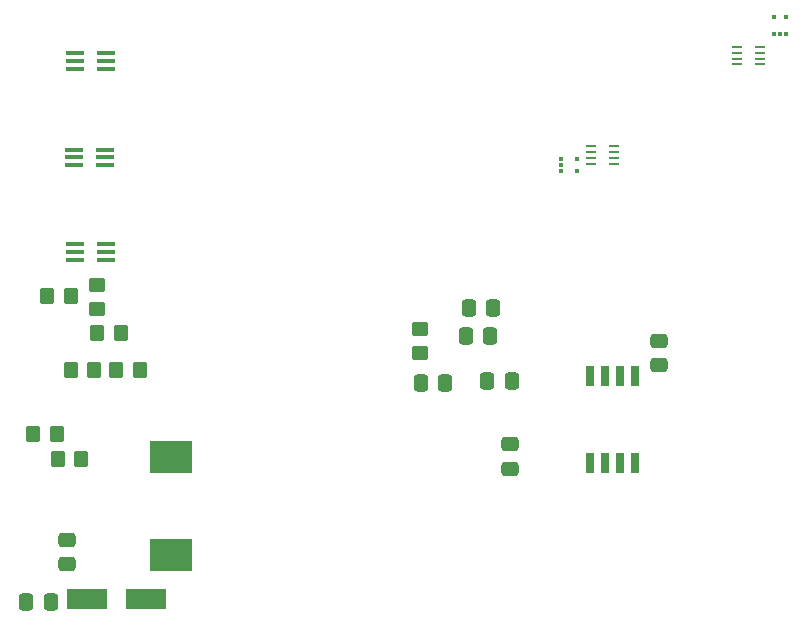
<source format=gbr>
%TF.GenerationSoftware,KiCad,Pcbnew,(6.0.2)*%
%TF.CreationDate,2022-04-25T03:39:25-07:00*%
%TF.ProjectId,schematic,73636865-6d61-4746-9963-2e6b69636164,rev?*%
%TF.SameCoordinates,Original*%
%TF.FileFunction,Paste,Bot*%
%TF.FilePolarity,Positive*%
%FSLAX46Y46*%
G04 Gerber Fmt 4.6, Leading zero omitted, Abs format (unit mm)*
G04 Created by KiCad (PCBNEW (6.0.2)) date 2022-04-25 03:39:25*
%MOMM*%
%LPD*%
G01*
G04 APERTURE LIST*
G04 Aperture macros list*
%AMRoundRect*
0 Rectangle with rounded corners*
0 $1 Rounding radius*
0 $2 $3 $4 $5 $6 $7 $8 $9 X,Y pos of 4 corners*
0 Add a 4 corners polygon primitive as box body*
4,1,4,$2,$3,$4,$5,$6,$7,$8,$9,$2,$3,0*
0 Add four circle primitives for the rounded corners*
1,1,$1+$1,$2,$3*
1,1,$1+$1,$4,$5*
1,1,$1+$1,$6,$7*
1,1,$1+$1,$8,$9*
0 Add four rect primitives between the rounded corners*
20,1,$1+$1,$2,$3,$4,$5,0*
20,1,$1+$1,$4,$5,$6,$7,0*
20,1,$1+$1,$6,$7,$8,$9,0*
20,1,$1+$1,$8,$9,$2,$3,0*%
G04 Aperture macros list end*
%ADD10R,0.650000X1.700000*%
%ADD11RoundRect,0.250000X-0.475000X0.337500X-0.475000X-0.337500X0.475000X-0.337500X0.475000X0.337500X0*%
%ADD12RoundRect,0.250000X0.475000X-0.337500X0.475000X0.337500X-0.475000X0.337500X-0.475000X-0.337500X0*%
%ADD13RoundRect,0.250000X0.450000X-0.350000X0.450000X0.350000X-0.450000X0.350000X-0.450000X-0.350000X0*%
%ADD14R,3.500000X1.800000*%
%ADD15RoundRect,0.062500X0.325000X0.062500X-0.325000X0.062500X-0.325000X-0.062500X0.325000X-0.062500X0*%
%ADD16RoundRect,0.250000X0.350000X0.450000X-0.350000X0.450000X-0.350000X-0.450000X0.350000X-0.450000X0*%
%ADD17RoundRect,0.250000X-0.337500X-0.475000X0.337500X-0.475000X0.337500X0.475000X-0.337500X0.475000X0*%
%ADD18RoundRect,0.062500X-0.325000X-0.062500X0.325000X-0.062500X0.325000X0.062500X-0.325000X0.062500X0*%
%ADD19RoundRect,0.250000X0.337500X0.475000X-0.337500X0.475000X-0.337500X-0.475000X0.337500X-0.475000X0*%
%ADD20R,0.300000X0.450000*%
%ADD21R,1.500000X0.400000*%
%ADD22RoundRect,0.250000X-0.350000X-0.450000X0.350000X-0.450000X0.350000X0.450000X-0.350000X0.450000X0*%
%ADD23RoundRect,0.250000X-0.450000X0.350000X-0.450000X-0.350000X0.450000X-0.350000X0.450000X0.350000X0*%
%ADD24R,0.450000X0.300000*%
%ADD25R,3.600000X2.700000*%
G04 APERTURE END LIST*
D10*
%TO.C,U22*%
X152095200Y-98341200D03*
X150825200Y-98341200D03*
X149555200Y-98341200D03*
X148285200Y-98341200D03*
X148285200Y-91041200D03*
X149555200Y-91041200D03*
X150825200Y-91041200D03*
X152095200Y-91041200D03*
%TD*%
D11*
%TO.C,C18*%
X141554200Y-98849000D03*
X141554200Y-96774000D03*
%TD*%
D12*
%TO.C,C17*%
X154127200Y-90093800D03*
X154127200Y-88018800D03*
%TD*%
D13*
%TO.C,R34*%
X106572000Y-83338000D03*
X106572000Y-85338000D03*
%TD*%
D14*
%TO.C,D4*%
X110754800Y-109880400D03*
X105754800Y-109880400D03*
%TD*%
D15*
%TO.C,U6*%
X160759500Y-63137600D03*
X160759500Y-63637600D03*
X160759500Y-64137600D03*
X160759500Y-64637600D03*
X162734500Y-64637600D03*
X162734500Y-64137600D03*
X162734500Y-63637600D03*
X162734500Y-63137600D03*
%TD*%
D16*
%TO.C,R9*%
X101158800Y-95910400D03*
X103158800Y-95910400D03*
%TD*%
D17*
%TO.C,C6*%
X137791200Y-87636600D03*
X139866200Y-87636600D03*
%TD*%
D18*
%TO.C,U18*%
X150361700Y-73068600D03*
X150361700Y-72568600D03*
X150361700Y-72068600D03*
X150361700Y-71568600D03*
X148386700Y-71568600D03*
X148386700Y-72068600D03*
X148386700Y-72568600D03*
X148386700Y-73068600D03*
%TD*%
D19*
%TO.C,C5*%
X136056200Y-91614600D03*
X133981200Y-91614600D03*
%TD*%
D12*
%TO.C,C15*%
X104063800Y-104880500D03*
X104063800Y-106955500D03*
%TD*%
D19*
%TO.C,C10*%
X141681200Y-91465400D03*
X139606200Y-91465400D03*
%TD*%
D20*
%TO.C,U2*%
X164914200Y-60615600D03*
X163914200Y-60615600D03*
X163914200Y-62015600D03*
X164414200Y-62015600D03*
X164914200Y-62015600D03*
%TD*%
D21*
%TO.C,U10*%
X104641600Y-71847800D03*
X104641600Y-72497800D03*
X104641600Y-73147800D03*
X107301600Y-73147800D03*
X107301600Y-72497800D03*
X107301600Y-71847800D03*
%TD*%
%TO.C,U11*%
X104724800Y-79874200D03*
X104724800Y-80524200D03*
X104724800Y-81174200D03*
X107384800Y-81174200D03*
X107384800Y-80524200D03*
X107384800Y-79874200D03*
%TD*%
D22*
%TO.C,R8*%
X105241600Y-98018600D03*
X103241600Y-98018600D03*
%TD*%
D16*
%TO.C,R7*%
X102387600Y-84277800D03*
X104387600Y-84277800D03*
%TD*%
D23*
%TO.C,R1*%
X133897200Y-89042600D03*
X133897200Y-87042600D03*
%TD*%
D21*
%TO.C,U9*%
X104708600Y-63704800D03*
X104708600Y-64354800D03*
X104708600Y-65004800D03*
X107368600Y-65004800D03*
X107368600Y-64354800D03*
X107368600Y-63704800D03*
%TD*%
D19*
%TO.C,C7*%
X140120200Y-85223600D03*
X138045200Y-85223600D03*
%TD*%
D22*
%TO.C,R30*%
X106343400Y-90526200D03*
X104343400Y-90526200D03*
%TD*%
D24*
%TO.C,U7*%
X147243800Y-73660000D03*
X147243800Y-72660000D03*
X145843800Y-72660000D03*
X145843800Y-73160000D03*
X145843800Y-73660000D03*
%TD*%
D19*
%TO.C,C21*%
X100587900Y-110109000D03*
X102662900Y-110109000D03*
%TD*%
D25*
%TO.C,L3*%
X112877600Y-97907200D03*
X112877600Y-106207200D03*
%TD*%
D22*
%TO.C,R6*%
X108604000Y-87376600D03*
X106604000Y-87376600D03*
%TD*%
%TO.C,R31*%
X110197600Y-90526200D03*
X108197600Y-90526200D03*
%TD*%
M02*

</source>
